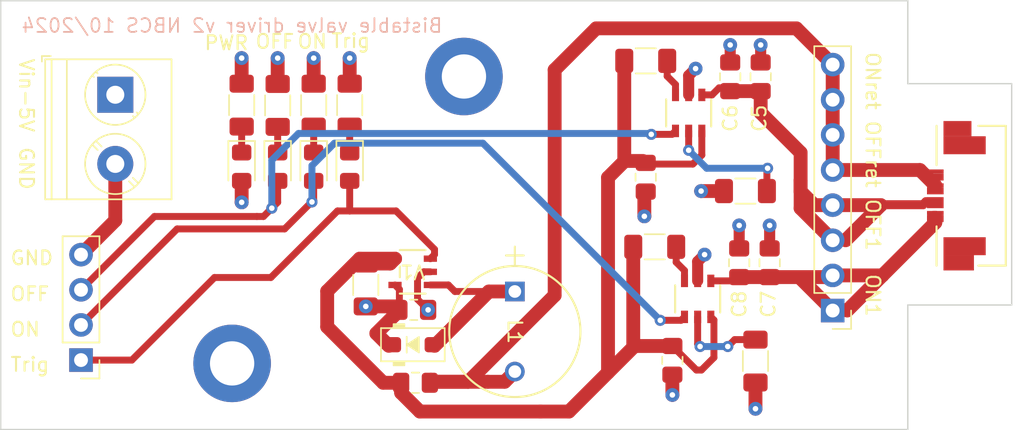
<source format=kicad_pcb>
(kicad_pcb (version 20221018) (generator pcbnew)
  (layers (0 "F.Cu" signal) (1 "In1.Cu" power "In1.Cu.VCC") (2 "In2.Cu" power "In2.Cu.GND") (31 "B.Cu" signal) (34 "B.Paste" user) (35 "F.Paste" user) (36 "B.SilkS" user "B.Silkscreen") (37 "F.SilkS" user "F.Silkscreen") (38 "B.Mask" user) (39 "F.Mask" user) (44 "Edge.Cuts" user))
  (net 0 "")
  (net 1 "AP_-_1")
  (net 2 "AP_+_1")
  (net 3 "VCC")
  (net 4 "load_off_1")
  (net 5 "load_on_1")
  (net 6 "VtrigAL_1")
  (net 7 "VtrigON_1")
  (net 8 "VtrigOFF_1")
  (net 9 "Net-(U1-iset)")
  (net 10 "Net-(U2-iset)")
  (net 11 "Net-(U2-flg)")
  (net 12 "Net-(U1-flg)")
  (net 13 "GND")
  (net 14 "Net-(D1-A)")
  (net 15 "Net-(D2-K)")
  (net 16 "Net-(D4-K)")
  (net 17 "Net-(D6-K)")
  (net 18 "Net-(D7-K)")
  (footprint "TerminalBlock_Phoenix:TerminalBlock_Phoenix_PT-1,5-2-5.0-H_1x02_P5.00mm_Horizontal" (layer "F.Cu") (at 34.675 50.4 -90)
    (fp_text reference "J3" hide)
    (fp_text value "power" hide)
    (fp_line (start -2.8 4.66) (end -2.8 5.3) (stroke (width 0.12)) (layer "F.SilkS"))
    (fp_line (start -2.8 5.3) (end -2.4 5.3) (stroke (width 0.12)) (layer "F.SilkS"))
    (fp_line (start -2.56 -4.06) (end -2.56 5.06) (stroke (width 0.12)) (layer "F.SilkS"))
    (fp_line (start -2.56 -4.06) (end 7.56 -4.06) (stroke (width 0.12)) (layer "F.SilkS"))
    (fp_line (start -2.56 3.5) (end 7.56 3.5) (stroke (width 0.12)) (layer "F.SilkS"))
    (fp_line (start -2.56 4.6) (end 7.56 4.6) (stroke (width 0.12)) (layer "F.SilkS"))
    (fp_line (start -2.56 5.06) (end 7.56 5.06) (stroke (width 0.12)) (layer "F.SilkS"))
    (fp_line (start -1.548 1.281) (end -1.654 1.388) (stroke (width 0.12)) (layer "F.SilkS"))
    (fp_line (start -1.282 1.547) (end -1.388 1.654) (stroke (width 0.12)) (layer "F.SilkS"))
    (fp_line (start 1.388 -1.654) (end 1.281 -1.547) (stroke (width 0.12)) (layer "F.SilkS"))
    (fp_line (start 1.654 -1.388) (end 1.547 -1.281) (stroke (width 0.12)) (layer "F.SilkS"))
    (fp_line (start 3.742 0.992) (end 3.347 1.388) (stroke (width 0.12)) (layer "F.SilkS"))
    (fp_line (start 3.993 1.274) (end 3.613 1.654) (stroke (width 0.12)) (layer "F.SilkS"))
    (fp_line (start 6.388 -1.654) (end 6.008 -1.274) (stroke (width 0.12)) (layer "F.SilkS"))
    (fp_line (start 6.654 -1.388) (end 6.259 -0.992) (stroke (width 0.12)) (layer "F.SilkS"))
    (fp_line (start 7.56 -4.06) (end 7.56 5.06) (stroke (width 0.12)) (layer "F.SilkS"))
    (fp_circle (center 0 0) (end 2.18 0) (stroke (width 0.12)) (fill none) (layer "F.SilkS"))
    (fp_circle (center 5 0) (end 7.18 0) (stroke (width 0.12)) (fill none) (layer "F.SilkS"))
    (pad "1" thru_hole rect (at 0 0 270) (size 2.6 2.6) (drill 1.3) (layers "*.Cu" "*.Mask") (net 3 "VCC"))
    (pad "2" thru_hole circle (at 5 0 270) (size 2.6 2.6) (drill 1.3) (layers "*.Cu" "*.Mask") (net 13 "GND"))
  )
  (footprint "Resistor_SMD:R_1206_3216Metric_Pad1.30x1.75mm_HandSolder" (layer "F.Cu") (at 51.6 51.15 90)
    (fp_text reference "R6" hide)
    (fp_text value "150ohms" hide)
    (fp_line (start -0.727064 -0.91) (end 0.727064 -0.91) (stroke (width 0.12)) (layer "F.SilkS"))
    (fp_line (start -0.727064 0.91) (end 0.727064 0.91) (stroke (width 0.12)) (layer "F.SilkS"))
    (pad "1" smd roundrect (at -1.55 0 90) (size 1.3 1.75) (layers "F.Cu" "F.Paste" "F.Mask") (roundrect_rratio 0.1923076923) (net 15 "Net-(D2-K)"))
    (pad "2" smd roundrect (at 1.55 0 90) (size 1.3 1.75) (layers "F.Cu" "F.Paste" "F.Mask") (roundrect_rratio 0.1923076923) (net 13 "GND"))
  )
  (footprint "LED_SMD:LED_0805_2012Metric_Pad1.15x1.40mm_HandSolder" (layer "F.Cu") (at 49 55.6 -90)
    (fp_text reference "D6" hide)
    (fp_text value "\nLG R971-KN1" hide)
    (fp_line (start -1.86 -0.96) (end -1.86 0.96) (stroke (width 0.12)) (layer "F.SilkS"))
    (fp_line (start -1.86 0.96) (end 1 0.96) (stroke (width 0.12)) (layer "F.SilkS"))
    (fp_line (start 1 -0.96) (end -1.86 -0.96) (stroke (width 0.12)) (layer "F.SilkS"))
    (pad "1" smd roundrect (at -1.025 0 270) (size 1.15 1.4) (layers "F.Cu" "F.Paste" "F.Mask") (roundrect_rratio 0.2173913043) (net 17 "Net-(D6-K)"))
    (pad "2" smd roundrect (at 1.025 0 270) (size 1.15 1.4) (layers "F.Cu" "F.Paste" "F.Mask") (roundrect_rratio 0.2173913043) (net 7 "VtrigON_1"))
  )
  (footprint "Capacitor_SMD:C_0805_2012Metric_Pad1.18x1.45mm_HandSolder" (layer "F.Cu") (at 74.9 69.6 90)
    (fp_text reference "C3" hide)
    (fp_text value "C10µF_0805" hide)
    (fp_line (start -0.261252 -0.735) (end 0.261252 -0.735) (stroke (width 0.12)) (layer "F.SilkS"))
    (fp_line (start -0.261252 0.735) (end 0.261252 0.735) (stroke (width 0.12)) (layer "F.SilkS"))
    (pad "1" smd roundrect (at -1.0375 0 90) (size 1.175 1.45) (layers "F.Cu" "F.Paste" "F.Mask") (roundrect_rratio 0.2127659574) (net 13 "GND"))
    (pad "2" smd roundrect (at 1.0375 0 90) (size 1.175 1.45) (layers "F.Cu" "F.Paste" "F.Mask") (roundrect_rratio 0.2127659574) (net 2 "AP_+_1"))
  )
  (footprint "Capacitor_SMD:C_0805_2012Metric_Pad1.18x1.45mm_HandSolder" (layer "F.Cu") (at 56.225 65.95)
    (fp_text reference "C2" hide)
    (fp_text value "C10µF_0805" hide)
    (fp_line (start -0.261252 -0.735) (end 0.261252 -0.735) (stroke (width 0.12)) (layer "F.SilkS"))
    (fp_line (start -0.261252 0.735) (end 0.261252 0.735) (stroke (width 0.12)) (layer "F.SilkS"))
    (pad "1" smd roundrect (at -1.0375 0) (size 1.175 1.45) (layers "F.Cu" "F.Paste" "F.Mask") (roundrect_rratio 0.2127659574) (net 3 "VCC"))
    (pad "2" smd roundrect (at 1.0375 0) (size 1.175 1.45) (layers "F.Cu" "F.Paste" "F.Mask") (roundrect_rratio 0.2127659574) (net 13 "GND"))
  )
  (footprint "Capacitor_SMD:C_0805_2012Metric_Pad1.18x1.45mm_HandSolder" (layer "F.Cu") (at 72.975 56.3625 90)
    (fp_text reference "C4" hide)
    (fp_text value "C10µF_0805" hide)
    (fp_line (start -0.261252 -0.735) (end 0.261252 -0.735) (stroke (width 0.12)) (layer "F.SilkS"))
    (fp_line (start -0.261252 0.735) (end 0.261252 0.735) (stroke (width 0.12)) (layer "F.SilkS"))
    (pad "1" smd roundrect (at -1.0375 0 90) (size 1.175 1.45) (layers "F.Cu" "F.Paste" "F.Mask") (roundrect_rratio 0.2127659574) (net 13 "GND"))
    (pad "2" smd roundrect (at 1.0375 0 90) (size 1.175 1.45) (layers "F.Cu" "F.Paste" "F.Mask") (roundrect_rratio 0.2127659574) (net 2 "AP_+_1"))
  )
  (footprint "Connector_PinHeader_2.54mm:PinHeader_1x04_P2.54mm_Vertical" (layer "F.Cu") (at 32.2 69.58 180)
    (fp_text reference "J1" hide)
    (fp_text value "Conn_01x04" hide)
    (fp_line (start -1.33 -1.33) (end 0 -1.33) (stroke (width 0.12)) (layer "F.SilkS"))
    (fp_line (start -1.33 0) (end -1.33 -1.33) (stroke (width 0.12)) (layer "F.SilkS"))
    (fp_line (start -1.33 1.27) (end -1.33 8.95) (stroke (width 0.12)) (layer "F.SilkS"))
    (fp_line (start -1.33 1.27) (end 1.33 1.27) (stroke (width 0.12)) (layer "F.SilkS"))
    (fp_line (start -1.33 8.95) (end 1.33 8.95) (stroke (width 0.12)) (layer "F.SilkS"))
    (fp_line (start 1.33 1.27) (end 1.33 8.95) (stroke (width 0.12)) (layer "F.SilkS"))
    (pad "1" thru_hole rect (at 0 0 180) (size 1.7 1.7) (drill 1) (layers "*.Cu" "*.Mask") (net 6 "VtrigAL_1"))
    (pad "2" thru_hole oval (at 0 2.54 180) (size 1.7 1.7) (drill 1) (layers "*.Cu" "*.Mask") (net 7 "VtrigON_1"))
    (pad "3" thru_hole oval (at 0 5.08 180) (size 1.7 1.7) (drill 1) (layers "*.Cu" "*.Mask") (net 8 "VtrigOFF_1"))
    (pad "4" thru_hole oval (at 0 7.62 180) (size 1.7 1.7) (drill 1) (layers "*.Cu" "*.Mask") (net 13 "GND"))
  )
  (footprint "Resistor_SMD:R_1206_3216Metric_Pad1.30x1.75mm_HandSolder" (layer "F.Cu") (at 72.975876 47.949125 180)
    (fp_text reference "R4" hide)
    (fp_text value "10kohms" hide)
    (fp_line (start -0.727064 -0.91) (end 0.727064 -0.91) (stroke (width 0.12)) (layer "F.SilkS"))
    (fp_line (start -0.727064 0.91) (end 0.727064 0.91) (stroke (width 0.12)) (layer "F.SilkS"))
    (pad "1" smd roundrect (at -1.55 0 180) (size 1.3 1.75) (layers "F.Cu" "F.Paste" "F.Mask") (roundrect_rratio 0.1923076923) (net 11 "Net-(U2-flg)"))
    (pad "2" smd roundrect (at 1.55 0 180) (size 1.3 1.75) (layers "F.Cu" "F.Paste" "F.Mask") (roundrect_rratio 0.1923076923) (net 2 "AP_+_1"))
  )
  (footprint "Resistor_SMD:R_1206_3216Metric_Pad1.30x1.75mm_HandSolder" (layer "F.Cu") (at 49 51.15 90)
    (fp_text reference "R10" hide)
    (fp_text value "150ohms" hide)
    (fp_line (start -0.727064 -0.91) (end 0.727064 -0.91) (stroke (width 0.12)) (layer "F.SilkS"))
    (fp_line (start -0.727064 0.91) (end 0.727064 0.91) (stroke (width 0.12)) (layer "F.SilkS"))
    (pad "1" smd roundrect (at -1.55 0 90) (size 1.3 1.75) (layers "F.Cu" "F.Paste" "F.Mask") (roundrect_rratio 0.1923076923) (net 17 "Net-(D6-K)"))
    (pad "2" smd roundrect (at 1.55 0 90) (size 1.3 1.75) (layers "F.Cu" "F.Paste" "F.Mask") (roundrect_rratio 0.1923076923) (net 13 "GND"))
  )
  (footprint "footprints:TSOT25_WT_DIO" (layer "F.Cu") (at 56.14865 63.199999 180)
    (fp_text reference "V1" (at 0 0 180 unlocked) (layer "F.SilkS"))
    (fp_text value "AL8860WT" hide)
    (fp_line (start -0.9271 1.5748) (end 0.9271 1.5748) (stroke (width 0.1524)) (layer "F.SilkS"))
    (fp_line (start 0.9271 -1.5748) (end -0.9271 -1.5748) (stroke (width 0.1524)) (layer "F.SilkS"))
    (fp_line (start 0.9271 0.388661) (end 0.9271 -0.388661) (stroke (width 0.1524)) (layer "F.SilkS"))
    (pad "1" smd rect (at -1.27635 -0.950001 180) (size 0.9525 0.4572) (layers "F.Cu" "F.Paste" "F.Mask") (net 14 "Net-(D1-A)"))
    (pad "2" smd rect (at -1.27635 0 180) (size 0.9525 0.4572) (layers "F.Cu" "F.Paste" "F.Mask") (net 13 "GND"))
    (pad "3" smd rect (at -1.27635 0.950001 180) (size 0.9525 0.4572) (layers "F.Cu" "F.Paste" "F.Mask") (net 6 "VtrigAL_1"))
    (pad "4" smd rect (at 1.27635 0.950001 180) (size 0.9525 0.4572) (layers "F.Cu" "F.Paste" "F.Mask") (net 2 "AP_+_1"))
    (pad "5" smd rect (at 1.27635 -0.950001 180) (size 0.9525 0.4572) (layers "F.Cu" "F.Paste" "F.Mask") (net 3 "VCC"))
  )
  (footprint "PCM_Diode_SMD_Handsoldering_AKL:D_SOD-123F" (layer "F.Cu") (at 56.16 68.47)
    (fp_text reference "D1" hide)
    (fp_text value "SS24FL" hide)
    (fp_line (start -2.3 -1.2) (end -2.3 1.2) (stroke (width 0.12)) (layer "F.SilkS"))
    (fp_line (start -2.3 1.2) (end 2.3 1.2) (stroke (width 0.12)) (layer "F.SilkS"))
    (fp_line (start -0.4445 -0.5715) (end -0.4445 0.5715) (stroke (width 0.12)) (layer "F.SilkS"))
    (fp_line (start 2.3 -1.2) (end -2.3 -1.2) (stroke (width 0.12)) (layer "F.SilkS"))
    (fp_line (start 2.3 1.2) (end 2.3 -1.2) (stroke (width 0.12)) (layer "F.SilkS"))
    (fp_poly (pts (xy 0.4445 0.5715) (xy -0.4445 0) (xy 0.4445 -0.5715)) (stroke (width 0.1)) (fill solid) (layer "F.SilkS"))
    (fp_poly (pts (xy -0.6 -1.2) (xy -1.4 -1.2) (xy -1.4 -1.5) (xy -0.6 -1.5)) (stroke (width 0.1)) (fill solid) (layer "F.SilkS"))
    (fp_poly (pts (xy -0.6 1.5) (xy -1.4 1.5) (xy -1.4 1.2) (xy -0.6 1.2)) (stroke (width 0.1)) (fill solid) (layer "F.SilkS"))
    (pad "1" smd roundrect (at -1.4 0) (size 1.1 1.1) (layers "F.Cu" "F.Paste" "F.Mask") (roundrect_rratio 0.2272727273) (net 3 "VCC"))
    (pad "2" smd roundrect (at 1.4 0) (size 1.1 1.1) (layers "F.Cu" "F.Paste" "F.Mask") (roundrect_rratio 0.2272727273) (net 14 "Net-(D1-A)"))
  )
  (footprint "footprintsr:IND_BOURNS_RLB0914" (layer "F.Cu") (at 63.525 64.62115 -90)
    (fp_text reference "L1" (at 2.8956 0 -90 unlocked) (layer "F.SilkS"))
    (fp_text value "RLB0914-37µH" hide)
    (fp_line (start -3.2385 0) (end -1.9685 0) (stroke (width 0.1524)) (layer "F.SilkS"))
    (fp_line (start -2.6035 -0.635) (end -2.6035 0.635) (stroke (width 0.1524)) (layer "F.SilkS"))
    (fp_circle (center 2.8956 0) (end 7.6327 0) (stroke (width 0.1524)) (fill none) (layer "F.SilkS"))
    (pad "1" thru_hole rect (at 0 0 270) (size 1.4224 1.4224) (drill 0.9144) (layers "*.Cu" "*.Mask") (net 14 "Net-(D1-A)"))
    (pad "2" thru_hole circle (at 5.7912 0 270) (size 1.4224 1.4224) (drill 0.9144) (layers "*.Cu" "*.Mask") (net 1 "AP_-_1"))
  )
  (footprint "Resistor_SMD:R_1206_3216Metric_Pad1.30x1.75mm_HandSolder" (layer "F.Cu") (at 46.4 51.17 90)
    (fp_text reference "R11" hide)
    (fp_text value "150ohms" hide)
    (fp_line (start -0.727064 -0.91) (end 0.727064 -0.91) (stroke (width 0.12)) (layer "F.SilkS"))
    (fp_line (start -0.727064 0.91) (end 0.727064 0.91) (stroke (width 0.12)) (layer "F.SilkS"))
    (pad "1" smd roundrect (at -1.55 0 90) (size 1.3 1.75) (layers "F.Cu" "F.Paste" "F.Mask") (roundrect_rratio 0.1923076923) (net 18 "Net-(D7-K)"))
    (pad "2" smd roundrect (at 1.55 0 90) (size 1.3 1.75) (layers "F.Cu" "F.Paste" "F.Mask") (roundrect_rratio 0.1923076923) (net 13 "GND"))
  )
  (footprint "MountingHole:MountingHole_3.2mm_M3_DIN965_Pad" (layer "F.Cu") (at 59.85 49.08)
    (fp_text reference "REF**" hide)
    (fp_text value "MountingHole_3.2mm_M3_DIN965_Pad" hide)
    (pad "1" thru_hole circle (at 0 0) (size 5.6 5.6) (drill 3.2) (layers "*.Cu" "*.Mask"))
  )
  (footprint "ppp:TSOT26-P7_DIO" (layer "F.Cu") (at 76.725 65.156249 -90)
    (fp_text reference "U1" hide)
    (fp_text value "AP22615AWU-7" hide)
    (fp_line (start -0.9779 1.6256) (end 0.9779 1.6256) (stroke (width 0.1524)) (layer "F.SilkS"))
    (fp_line (start 0.9779 -1.6256) (end -0.9779 -1.6256) (stroke (width 0.1524)) (layer "F.SilkS"))
    (pad "1" smd rect (at -1.30175 -0.950001 270) (size 0.9017 0.508) (layers "F.Cu" "F.Paste" "F.Mask") (net 5 "load_on_1"))
    (pad "2" smd rect (at -1.30175 0 270) (size 0.9017 0.508) (layers "F.Cu" "F.Paste" "F.Mask") (net 13 "GND"))
    (pad "3" smd rect (at -1.30175 0.950001 270) (size 0.9017 0.508) (layers "F.Cu" "F.Paste" "F.Mask") (net 12 "Net-(U1-flg)"))
    (pad "4" smd rect (at 1.30175 0.950001 270) (size 0.9017 0.508) (layers "F.Cu" "F.Paste" "F.Mask") (net 7 "VtrigON_1"))
    (pad "5" smd rect (at 1.30175 0 270) (size 0.9017 0.508) (layers "F.Cu" "F.Paste" "F.Mask") (net 9 "Net-(U1-iset)"))
    (pad "6" smd rect (at 1.30175 -0.950001 270) (size 0.9017 0.508) (layers "F.Cu" "F.Paste" "F.Mask") (net 2 "AP_+_1"))
  )
  (footprint "fpc:CON_527460871_MOL" (layer "F.Cu") (at 96.475 57.7 90)
    (fp_text reference "J4" hide)
    (fp_text value "527460871" hide)
    (fp_poly (pts (xy -4.3 -2) (xy -5.4 -2) (xy -5.4 0.2) (xy -4.3 0.2)) (fill solid) (layer "F.Cu"))
    (fp_poly (pts (xy 4.3 -2) (xy 5.4 -2) (xy 5.4 0.02) (xy 4.3 0.02)) (fill solid) (layer "F.Cu"))
    (fp_line (start -5.04999 0.5175) (end -5.04999 2.5) (stroke (width 0.1524)) (layer "F.SilkS"))
    (fp_line (start -5.04999 2.5) (end 5.04999 2.5) (stroke (width 0.1524)) (layer "F.SilkS"))
    (fp_line (start -2.217496 -2.5) (end -5.04999 -2.5) (stroke (width 0.1524)) (layer "F.SilkS"))
    (fp_line (start 5.04999 -2.5) (end 2.217504 -2.5) (stroke (width 0.1524)) (layer "F.SilkS"))
    (fp_line (start 5.04999 2.5) (end 5.04999 0.5175) (stroke (width 0.1524)) (layer "F.SilkS"))
    (pad "1" smd rect (at -1.65 -2.59 90) (size 0.5 1.2) (layers "F.Cu" "F.Paste" "F.Mask") (net 5 "load_on_1"))
    (pad "2" smd rect (at -1.25 -2.59 90) (size 0.3 1.2) (layers "F.Cu" "F.Paste" "F.Mask") (net 5 "load_on_1"))
    (pad "3" smd rect (at -0.649996 -2.59 90) (size 0.499998 1.2) (layers "F.Cu" "F.Paste" "F.Mask") (net 4 "load_off_1"))
    (pad "4" smd rect (at -0.249997 -2.59 90) (size 0.3 1.2) (layers "F.Cu" "F.Paste" "F.Mask") (net 4 "load_off_1"))
    (pad "5" smd rect (at 0.350004 -2.59 90) (size 0.499999 1.2) (layers "F.Cu" "F.Paste" "F.Mask") (net 1 "AP_-_1"))
    (pad "6" smd rect (at 0.750004 -2.59 90) (size 0.3 1.2) (layers "F.Cu" "F.Paste" "F.Mask") (net 1 "AP_-_1"))
    (pad "7" smd rect (at 1.350003 -2.59 90) (size 0.500001 1.2) (layers "F.Cu" "F.Paste" "F.Mask") (net 1 "AP_-_1"))
    (pad "8" smd rect (at 1.750004 -2.59 90) (size 0.3 1.2) (layers "F.Cu" "F.Paste" "F.Mask") (net 1 "AP_-_1"))
    (pad "P1" smd rect (at -3.649997 -0.475 90) (size 1.3 3.049999) (layers "F.Cu" "F.Paste" "F.Mask"))
    (pad "P2" smd rect (at 3.649997 -0.475 90) (size 1.3 3.049999) (layers "F.Cu" "F.Paste" "F.Mask"))
  )
  (footprint "LED_SMD:LED_0805_2012Metric_Pad1.15x1.40mm_HandSolder" (layer "F.Cu") (at 43.8 55.6 -90)
    (fp_text reference "D4" hide)
    (fp_text value "\nLG R971-KN1" hide)
    (fp_line (start -1.86 -0.96) (end -1.86 0.96) (stroke (width 0.12)) (layer "F.SilkS"))
    (fp_line (start -1.86 0.96) (end 1 0.96) (stroke (width 0.12)) (layer "F.SilkS"))
    (fp_line (start 1 -0.96) (end -1.86 -0.96) (stroke (width 0.12)) (layer "F.SilkS"))
    (pad "1" smd roundrect (at -1.025 0 270) (size 1.15 1.4) (layers "F.Cu" "F.Paste" "F.Mask") (roundrect_rratio 0.2173913043) (net 16 "Net-(D4-K)"))
    (pad "2" smd roundrect (at 1.025 0 270) (size 1.15 1.4) (layers "F.Cu" "F.Paste" "F.Mask") (roundrect_rratio 0.2173913043) (net 3 "VCC"))
  )
  (footprint "Capacitor_SMD:C_0805_2012Metric_Pad1.18x1.45mm_HandSolder" (layer "F.Cu") (at 79.075 49.1 -90)
    (fp_text reference "C6" (at 3 0 90) (layer "F.SilkS"))
    (fp_text value "C0.0.1µF_0805" hide)
    (fp_line (start -0.261252 -0.735) (end 0.261252 -0.735) (stroke (width 0.12)) (layer "F.SilkS"))
    (fp_line (start -0.261252 0.735) (end 0.261252 0.735) (stroke (width 0.12)) (layer "F.SilkS"))
    (pad "1" smd roundrect (at -1.0375 0 270) (size 1.175 1.45) (layers "F.Cu" "F.Paste" "F.Mask") (roundrect_rratio 0.2127659574) (net 13 "GND"))
    (pad "2" smd roundrect (at 1.0375 0 270) (size 1.175 1.45) (layers "F.Cu" "F.Paste" "F.Mask") (roundrect_rratio 0.2127659574) (net 4 "load_off_1"))
  )
  (footprint "Capacitor_SMD:C_0805_2012Metric_Pad1.18x1.45mm_HandSolder" (layer "F.Cu") (at 81.275 49.1 -90)
    (fp_text reference "C5" (at 3 0.1 90) (layer "F.SilkS"))
    (fp_text value "C0.100µF_0805" hide)
    (fp_line (start -0.261252 -0.735) (end 0.261252 -0.735) (stroke (width 0.12)) (layer "F.SilkS"))
    (fp_line (start -0.261252 0.735) (end 0.261252 0.735) (stroke (width 0.12)) (layer "F.SilkS"))
    (pad "1" smd roundrect (at -1.0375 0 270) (size 1.175 1.45) (layers "F.Cu" "F.Paste" "F.Mask") (roundrect_rratio 0.2127659574) (net 13 "GND"))
    (pad "2" smd roundrect (at 1.0375 0 270) (size 1.175 1.45) (layers "F.Cu" "F.Paste" "F.Mask") (roundrect_rratio 0.2127659574) (net 4 "load_off_1"))
  )
  (footprint "LED_SMD:LED_0805_2012Metric_Pad1.15x1.40mm_HandSolder" (layer "F.Cu") (at 51.6 55.6 -90)
    (fp_text reference "D2" hide)
    (fp_text value "\nLG R971-KN1" hide)
    (fp_line (start -1.86 -0.96) (end -1.86 0.96) (stroke (width 0.12)) (layer "F.SilkS"))
    (fp_line (start -1.86 0.96) (end 1 0.96) (stroke (width 0.12)) (layer "F.SilkS"))
    (fp_line (start 1 -0.96) (end -1.86 -0.96) (stroke (width 0.12)) (layer "F.SilkS"))
    (pad "1" smd roundrect (at -1.025 0 270) (size 1.15 1.4) (layers "F.Cu" "F.Paste" "F.Mask") (roundrect_rratio 0.2173913043) (net 15 "Net-(D2-K)"))
    (pad "2" smd roundrect (at 1.025 0 270) (size 1.15 1.4) (layers "F.Cu" "F.Paste" "F.Mask") (roundrect_rratio 0.2173913043) (net 6 "VtrigAL_1"))
  )
  (footprint "ppp:TSOT26-P7_DIO" (layer "F.Cu") (at 76.075876 51.711625 -90)
    (fp_text reference "U2" hide)
    (fp_text value "AP22615AWU-7" hide)
    (fp_line (start -0.9779 1.6256) (end 0.9779 1.6256) (stroke (width 0.1524)) (layer "F.SilkS"))
    (fp_line (start 0.9779 -1.6256) (end -0.9779 -1.6256) (stroke (width 0.1524)) (layer "F.SilkS"))
    (pad "1" smd rect (at -1.30175 -0.950001 270) (size 0.9017 0.508) (layers "F.Cu" "F.Paste" "F.Mask") (net 4 "load_off_1"))
    (pad "2" smd rect (at -1.30175 0 270) (size 0.9017 0.508) (layers "F.Cu" "F.Paste" "F.Mask") (net 13 "GND"))
    (pad "3" smd rect (at -1.30175 0.950001 270) (size 0.9017 0.508) (layers "F.Cu" "F.Paste" "F.Mask") (net 11 "Net-(U2-flg)"))
    (pad "4" smd rect (at 1.30175 0.950001 270) (size 0.9017 0.508) (layers "F.Cu" "F.Paste" "F.Mask") (net 8 "VtrigOFF_1"))
    (pad "5" smd rect (at 1.30175 0 270) (size 0.9017 0.508) (layers "F.Cu" "F.Paste" "F.Mask") (net 10 "Net-(U2-iset)"))
    (pad "6" smd rect (at 1.30175 -0.950001 270) (size 0.9017 0.508) (layers "F.Cu" "F.Paste" "F.Mask") (net 2 "AP_+_1"))
  )
  (footprint "Capacitor_SMD:C_0805_2012Metric_Pad1.18x1.45mm_HandSolder" (layer "F.Cu") (at 79.724124 62.544624 -90)
    (fp_text reference "C8" (at 3 0 90) (layer "F.SilkS"))
    (fp_text value "C0.0.1µF_0805" hide)
    (fp_line (start -0.261252 -0.735) (end 0.261252 -0.735) (stroke (width 0.12)) (layer "F.SilkS"))
    (fp_line (start -0.261252 0.735) (end 0.261252 0.735) (stroke (width 0.12)) (layer "F.SilkS"))
    (pad "1" smd roundrect (at -1.0375 0 270) (size 1.175 1.45) (layers "F.Cu" "F.Paste" "F.Mask") (roundrect_rratio 0.2127659574) (net 13 "GND"))
    (pad "2" smd roundrect (at 1.0375 0 270) (size 1.175 1.45) (layers "F.Cu" "F.Paste" "F.Mask") (roundrect_rratio 0.2127659574) (net 5 "load_on_1"))
  )
  (footprint "Resistor_SMD:R_1206_3216Metric_Pad1.30x1.75mm_HandSolder" (layer "F.Cu") (at 43.8 51.15 90)
    (fp_text reference "R8" hide)
    (fp_text value "150ohms" hide)
    (fp_line (start -0.727064 -0.91) (end 0.727064 -0.91) (stroke (width 0.12)) (layer "F.SilkS"))
    (fp_line (start -0.727064 0.91) (end 0.727064 0.91) (stroke (width 0.12)) (layer "F.SilkS"))
    (pad "1" smd roundrect (at -1.55 0 90) (size 1.3 1.75) (layers "F.Cu" "F.Paste" "F.Mask") (roundrect_rratio 0.1923076923) (net 16 "Net-(D4-K)"))
    (pad "2" smd roundrect (at 1.55 0 90) (size 1.3 1.75) (layers "F.Cu" "F.Paste" "F.Mask") (roundrect_rratio 0.1923076923) (net 13 "GND"))
  )
  (footprint "Capacitor_SMD:C_0805_2012Metric_Pad1.18x1.45mm_HandSolder" (layer "F.Cu") (at 81.924124 62.544624 -90)
    (fp_text reference "C7" (at 3 0.1 90) (layer "F.SilkS"))
    (fp_text value "C0.100µF_0805" hide)
    (fp_line (start -0.261252 -0.735) (end 0.261252 -0.735) (stroke (width 0.12)) (layer "F.SilkS"))
    (fp_line (start -0.261252 0.735) (end 0.261252 0.735) (stroke (width 0.12)) (layer "F.SilkS"))
    (pad "1" smd roundrect (at -1.0375 0 270) (size 1.175 1.45) (layers "F.Cu" "F.Paste" "F.Mask") (roundrect_rratio 0.2127659574) (net 13 "GND"))
    (pad "2" smd roundrect (at 1.0375 0 270) (size 1.175 1.45) (layers "F.Cu" "F.Paste" "F.Mask") (roundrect_rratio 0.2127659574) (net 5 "load_on_1"))
  )
  (footprint "Resistor_SMD:R_1206_3216Metric_Pad1.30x1.75mm_HandSolder" (layer "F.Cu") (at 52.7625 64.150002 -90)
    (fp_text reference "R1" hide)
    (fp_text value "R125m_1206" hide)
    (fp_line (start -0.727064 -0.91) (end 0.727064 -0.91) (stroke (width 0.12)) (layer "F.SilkS"))
    (fp_line (start -0.727064 0.91) (end 0.727064 0.91) (stroke (width 0.12)) (layer "F.SilkS"))
    (pad "1" smd roundrect (at -1.55 0 270) (size 1.3 1.75) (layers "F.Cu" "F.Paste" "F.Mask") (roundrect_rratio 0.1923076923) (net 2 "AP_+_1"))
    (pad "2" smd roundrect (at 1.55 0 270) (size 1.3 1.75) (layers "F.Cu" "F.Paste" "F.Mask") (roundrect_rratio 0.1923076923) (net 3 "VCC"))
  )
  (footprint "Resistor_SMD:R_1206_3216Metric_Pad1.30x1.75mm_HandSolder" (layer "F.Cu") (at 80.175 57.3625 180)
    (fp_text reference "R3" hide)
    (fp_text value "7kohms" hide)
    (fp_line (start -0.727064 -0.91) (end 0.727064 -0.91) (stroke (width 0.12)) (layer "F.SilkS"))
    (fp_line (start -0.727064 0.91) (end 0.727064 0.91) (stroke (width 0.12)) (layer "F.SilkS"))
    (pad "1" smd roundrect (at -1.55 0 180) (size 1.3 1.75) (layers "F.Cu" "F.Paste" "F.Mask") (roundrect_rratio 0.1923076923) (net 10 "Net-(U2-iset)"))
    (pad "2" smd roundrect (at 1.55 0 180) (size 1.3 1.75) (layers "F.Cu" "F.Paste" "F.Mask") (roundrect_rratio 0.1923076923) (net 13 "GND"))
  )
  (footprint "Connector_PinHeader_2.54mm:PinHeader_1x08_P2.54mm_Vertical" (layer "F.Cu") (at 86.475 66 180)
    (fp_text reference "J10" hide)
    (fp_text value "Conn_01x08" hide)
    (fp_line (start -1.33 -1.33) (end 0 -1.33) (stroke (width 0.12)) (layer "F.SilkS"))
    (fp_line (start -1.33 0) (end -1.33 -1.33) (stroke (width 0.12)) (layer "F.SilkS"))
    (fp_line (start -1.33 1.27) (end -1.33 19.11) (stroke (width 0.12)) (layer "F.SilkS"))
    (fp_line (start -1.33 1.27) (end 1.33 1.27) (stroke (width 0.12)) (layer "F.SilkS"))
    (fp_line (start -1.33 19.11) (end 1.33 19.11) (stroke (width 0.12)) (layer "F.SilkS"))
    (fp_line (start 1.33 1.27) (end 1.33 19.11) (stroke (width 0.12)) (layer "F.SilkS"))
    (pad "1" thru_hole rect (at 0 0 180) (size 1.7 1.7) (drill 1) (layers "*.Cu" "*.Mask") (net 5 "load_on_1"))
    (pad "2" thru_hole oval (at 0 2.54 180) (size 1.7 1.7) (drill 1) (layers "*.Cu" "*.Mask") (net 5 "load_on_1"))
    (pad "3" thru_hole oval (at 0 5.08 180) (size 1.7 1.7) (drill 1) (layers "*.Cu" "*.Mask") (net 4 "load_off_1"))
    (pad "4" thru_hole oval (at 0 7.62 180) (size 1.7 1.7) (drill 1) (layers "*.Cu" "*.Mask") (net 4 "load_off_1"))
    (pad "5" thru_hole oval (at 0 10.16 180) (size 1.7 1.7) (drill 1) (layers "*.Cu" "*.Mask") (net 1 "AP_-_1"))
    (pad "6" thru_hole oval (at 0 12.7 180) (size 1.7 1.7) (drill 1) (layers "*.Cu" "*.Mask") (net 1 "AP_-_1"))
    (pad "7" thru_hole oval (at 0 15.24 180) (size 1.7 1.7) (drill 1) (layers "*.Cu" "*.Mask") (net 1 "AP_-_1"))
    (pad "8" thru_hole oval (at 0 17.78 180) (size 1.7 1.7) (drill 1) (layers "*.Cu" "*.Mask") (net 1 "AP_-_1"))
  )
  (footprint "MountingHole:MountingHole_3.2mm_M3_DIN965_Pad" (layer "F.Cu") (at 43.11 69.82)
    (fp_text reference "REF**" hide)
    (fp_text value "MountingHole_3.2mm_M3_DIN965_Pad" hide)
    (pad "1" thru_hole circle (at 0 0) (size 5.6 5.6) (drill 3.2) (layers "*.Cu" "*.Mask"))
  )
  (footprint "Resistor_SMD:R_1206_3216Metric_Pad1.30x1.75mm_HandSolder" (layer "F.Cu") (at 80.9 69.65 -90)
    (fp_text reference "R2" hide)
    (fp_text value "7kohms" hide)
    (fp_line (start -0.727064 -0.91) (end 0.727064 -0.91) (stroke (width 0.12)) (layer "F.SilkS"))
    (fp_line (start -0.727064 0.91) (end 0.727064 0.91) (stroke (width 0.12)) (layer "F.SilkS"))
    (pad "1" smd roundrect (at -1.55 0 270) (size 1.3 1.75) (layers "F.Cu" "F.Paste" "F.Mask") (roundrect_rratio 0.1923076923) (net 9 "Net-(U1-iset)"))
    (pad "2" smd roundrect (at 1.55 0 270) (size 1.3 1.75) (layers "F.Cu" "F.Paste" "F.Mask") (roundrect_rratio 0.1923076923) (net 13 "GND"))
  )
  (footprint "Capacitor_SMD:C_0805_2012Metric_Pad1.18x1.45mm_HandSolder" (layer "F.Cu") (at 56.3518 71.220322 180)
    (fp_text reference "C1" hide)
    (fp_text value "C10µF_0805" hide)
    (fp_line (start -0.261252 -0.735) (end 0.261252 -0.735) (stroke (width 0.12)) (layer "F.SilkS"))
    (fp_line (start -0.261252 0.735) (end 0.261252 0.735) (stroke (width 0.12)) (layer "F.SilkS"))
    (pad "1" smd roundrect (at -1.0375 0 180) (size 1.175 1.45) (layers "F.Cu" "F.Paste" "F.Mask") (roundrect_rratio 0.2127659574) (net 1 "AP_-_1"))
    (pad "2" smd roundrect (at 1.0375 0 180) (size 1.175 1.45) (layers "F.Cu" "F.Paste" "F.Mask") (roundrect_rratio 0.2127659574) (net 2 "AP_+_1"))
  )
  (footprint "LED_SMD:LED_0805_2012Metric_Pad1.15x1.40mm_HandSolder" (layer "F.Cu") (at 46.4 55.6 -90)
    (fp_text reference "D7" hide)
    (fp_text value "\nLG R971-KN1" hide)
    (fp_line (start -1.86 -0.96) (end -1.86 0.96) (stroke (width 0.12)) (layer "F.SilkS"))
    (fp_line (start -1.86 0.96) (end 1 0.96) (stroke (width 0.12)) (layer "F.SilkS"))
    (fp_line (start 1 -0.96) (end -1.86 -0.96) (stroke (width 0.12)) (layer "F.SilkS"))
    (pad "1" smd roundrect (at -1.025 0 270) (size 1.15 1.4) (layers "F.Cu" "F.Paste" "F.Mask") (roundrect_rratio 0.2173913043) (net 18 "Net-(D7-K)"))
    (pad "2" smd roundrect (at 1.025 0 270) (size 1.15 1.4) (layers "F.Cu" "F.Paste" "F.Mask") (roundrect_rratio 0.2173913043) (net 8 "VtrigOFF_1"))
  )
  (footprint "Resistor_SMD:R_1206_3216Metric_Pad1.30x1.75mm_HandSolder" (layer "F.Cu") (at 73.625 61.393749 180)
    (fp_text reference "R5" hide)
    (fp_text value "10kohms" hide)
    (fp_line (start -0.727064 -0.91) (end 0.727064 -0.91) (stroke (width 0.12)) (layer "F.SilkS"))
    (fp_line (start -0.727064 0.91) (end 0.727064 0.91) (stroke (width 0.12)) (layer "F.SilkS"))
    (pad "1" smd roundrect (at -1.55 0 180) (size 1.3 1.75) (layers "F.Cu" "F.Paste" "F.Mask") (roundrect_rratio 0.1923076923) (net 12 "Net-(U1-flg)"))
    (pad "2" smd roundrect (at 1.55 0 180) (size 1.3 1.75) (layers "F.Cu" "F.Paste" "F.Mask") (roundrect_rratio 0.1923076923) (net 2 "AP_+_1"))
  )
  (gr_line (start 99.4 49.6) (end 91.9 49.6) (stroke (width 0.1)) (layer "Edge.Cuts"))
  (gr_line (start 91.9 65.6) (end 91.9 74.6) (stroke (width 0.1)) (layer "Edge.Cuts"))
  (gr_line (start 26.4 43.6) (end 91.9 43.6) (stroke (width 0.1)) (layer "Edge.Cuts"))
  (gr_line (start 99.4 65.6) (end 99.4 49.6) (stroke (width 0.1)) (layer "Edge.Cuts"))
  (gr_line (start 91.9 74.6) (end 26.4 74.6) (stroke (width 0.1)) (layer "Edge.Cuts"))
  (gr_line (start 91.9 43.6) (end 91.9 49.6) (stroke (width 0.1)) (layer "Edge.Cuts"))
  (gr_line (start 26.4 74.6) (end 26.4 43.6) (stroke (width 0.1)) (layer "Edge.Cuts"))
  (gr_line (start 91.9 65.6) (end 99.4 65.6) (stroke (width 0.1)) (layer "Edge.Cuts"))
  (gr_text "Bistable valve driver v2 NBCS 10/2024" (at 43.1 45.4) (layer "B.SilkS") (effects (font (size 1 1) (thickness 0.125)) (justify mirror)))
  (gr_text "OFF1" (at 89.375 59.8 -90) (layer "F.SilkS") (effects (font (size 1 1))))
  (gr_text "Trig" (at 51.675 46.5) (layer "F.SilkS") (effects (font (size 1 1))))
  (gr_text "ON1" (at 89.375 64.9 -90) (layer "F.SilkS") (effects (font (size 1 1))))
  (gr_text "Vin-5V" (at 27.675 47.7 -90) (layer "F.SilkS") (effects (font (size 1 1)) (justify left bottom)))
  (gr_text "Trig" (at 28.507143 69.9) (layer "F.SilkS") (effects (font (size 1 1))))
  (gr_text "PWR" (at 42.7 46.65) (layer "F.SilkS") (effects (font (size 1 1))))
  (gr_text "OFF" (at 28.507143 64.8) (layer "F.SilkS") (effects (font (size 1 1))))
  (gr_text "ON" (at 48.9 46.55) (layer "F.SilkS") (effects (font (size 1 1))))
  (gr_text "ONret" (at 89.375 49.4 -90) (layer "F.SilkS") (effects (font (size 1 1))))
  (gr_text "OFFret" (at 89.375 54.7 -90) (layer "F.SilkS") (effects (font (size 1 1))))
  (gr_text "GND" (at 27.675 54.1 -90) (layer "F.SilkS") (effects (font (size 1 1)) (justify left bottom)))
  (gr_text "GND" (at 28.65 62.2) (layer "F.SilkS") (effects (font (size 1 1))))
  (gr_text "ON" (at 28.17381 67.36) (layer "F.SilkS") (effects (font (size 1 1))))
  (gr_text "OFF" (at 46.2 46.55) (layer "F.SilkS") (effects (font (size 1 1))))
  (segment (start 86.475 55.84) (end 92.775004 55.84) (width 1) (layer "F.Cu") (net 1))
  (segment (start 83.855 45.6) (end 86.475 48.22) (width 1) (layer "F.Cu") (net 1))
  (segment (start 57.842622 71.220322) (end 57.3893 71.220322) (width 0.5) (layer "F.Cu") (net 1))
  (segment (start 57.4625 71.15) (end 57.4625 71.672122) (width 0.5) (layer "F.Cu") (net 1))
  (segment (start 57.8625 71.15) (end 61.58 71.15) (width 1) (layer "F.Cu") (net 1))
  (segment (start 61.58 71.15) (end 62.78735 71.15) (width 1) (layer "F.Cu") (net 1))
  (segment (start 60.15 71.15) (end 57.8625 71.15) (width 1) (layer "F.Cu") (net 1))
  (segment (start 92.775004 55.84) (end 93.885 56.949996) (width 1) (layer "F.Cu") (net 1))
  (segment (start 57.4625 71.072122) (end 57.623561 70.911061) (width 0.5) (layer "F.Cu") (net 1))
  (segment (start 62.78735 71.15) (end 63.525 70.41235) (width 1) (layer "F.Cu") (net 1))
  (segment (start 57.4625 70.75) (end 57.623561 70.911061) (width 0.5) (layer "F.Cu") (net 1))
  (segment (start 69.4 45.6) (end 83.855 45.6) (width 1) (layer "F.Cu") (net 1))
  (segment (start 66.4 64.9) (end 66.4 48.6) (width 1) (layer "F.Cu") (net 1))
  (segment (start 66.4 48.6) (end 69.4 45.6) (width 1) (layer "F.Cu") (net 1))
  (segment (start 86.475 48.22) (end 86.475 55.84) (width 1) (layer "F.Cu") (net 1))
  (segment (start 57.4625 71.15) (end 57.4625 71.072122) (width 0.5) (layer "F.Cu") (net 1))
  (segment (start 60.15 71.15) (end 66.4 64.9) (width 1) (layer "F.Cu") (net 1))
  (segment (start 57.623561 70.911061) (end 57.8625 71.15) (width 0.5) (layer "F.Cu") (net 1))
  (segment (start 55.3143 71.220322) (end 55.3143 71.945322) (width 1) (layer "F.Cu") (net 2))
  (segment (start 77.9 66.682998) (end 77.9 69.4) (width 0.5) (layer "F.Cu") (net 2))
  (segment (start 77.675001 66.457999) (end 77.9 66.682998) (width 0.5) (layer "F.Cu") (net 2))
  (segment (start 54.522296 62.600002) (end 54.8723 62.249998) (width 1) (layer "F.Cu") (net 2))
  (segment (start 73.000876 55.411625) (end 76.375876 55.411625) (width 0.5) (layer "F.Cu") (net 2))
  (segment (start 65.375 73.3) (end 67.431248 73.3) (width 1) (layer "F.Cu") (net 2))
  (segment (start 49.975 64.6) (end 52.325002 62.249998) (width 1) (layer "F.Cu") (net 2))
  (segment (start 76.375876 55.411625) (end 76.475876 55.311625) (width 0.5) (layer "F.Cu") (net 2))
  (segment (start 70.253124 70.478124) (end 70.253124 56.384376) (width 1) (layer "F.Cu") (net 2))
  (segment (start 77.025877 54.761624) (end 77.025877 53.013375) (width 0.5) (layer "F.Cu") (net 2))
  (segment (start 71.425876 47.949125) (end 71.425876 55.161626) (width 1) (layer "F.Cu") (net 2))
  (segment (start 72.11875 68.5625) (end 74.9 68.5625) (width 1) (layer "F.Cu") (net 2))
  (segment (start 76.6375 70.3) (end 74.9 68.5625) (width 0.5) (layer "F.Cu") (net 2))
  (segment (start 55.3875 71.15) (end 55.3875 71.247122) (width 0.5) (layer "F.Cu") (net 2))
  (segment (start 55.3143 71.945322) (end 56.668978 73.3) (width 1) (layer "F.Cu") (net 2))
  (segment (start 71.450875 55.186625) (end 72.775876 55.186625) (width 1) (layer "F.Cu") (net 2))
  (segment (start 70.253124 56.384376) (end 71.450875 55.186625) (width 1) (layer "F.Cu") (net 2))
  (segment (start 71.425876 55.161626) (end 71.450875 55.186625) (width 1) (layer "F.Cu") (net 2))
  (segment (start 56.668978 73.3) (end 65.375 73.3) (width 1) (layer "F.Cu") (net 2))
  (segment (start 67.431248 73.3) (end 72.099999 68.631249) (width 1) (layer "F.Cu") (net 2))
  (segment (start 72.075 68.60625) (end 72.11875 68.5625) (width 1) (layer "F.Cu") (net 2))
  (segment (start 77 70.3) (end 76.6375 70.3) (width 0.5) (layer "F.Cu") (net 2))
  (segment (start 52.325002 62.249998) (end 54.8723 62.249998) (width 1) (layer "F.Cu") (net 2))
  (segment (start 77.9 69.4) (end 77 70.3) (width 0.5) (layer "F.Cu") (net 2))
  (segment (start 49.975 67.175) (end 49.975 64.6) (width 1) (layer "F.Cu") (net 2))
  (segment (start 52.7625 62.600002) (end 54.522296 62.600002) (width 1) (layer "F.Cu") (net 2))
  (segment (start 55.3143 71.220322) (end 54.020322 71.220322) (width 1) (layer "F.Cu") (net 2))
  (segment (start 72.775876 55.186625) (end 73.000876 55.411625) (width 0.5) (layer "F.Cu") (net 2))
  (segment (start 76.475876 55.311625) (end 77.025877 54.761624) (width 0.5) (layer "F.Cu") (net 2))
  (segment (start 72.075 61.393749) (end 72.075 68.60625) (width 1) (layer "F.Cu") (net 2))
  (segment (start 54.020322 71.220322) (end 49.975 67.175) (width 1) (layer "F.Cu") (net 2))
  (segment (start 55.1875 64.4652) (end 54.8723 64.15) (width 0.5) (layer "F.Cu") (net 3))
  (segment (start 55.1875 65.95) (end 54.937502 65.700002) (width 0.5) (layer "F.Cu") (net 3))
  (segment (start 55.1875 65.95) (end 55.1875 64.4652) (width 0.5) (layer "F.Cu") (net 3))
  (segment (start 54.937502 65.700002) (end 52.762486 65.700002) (width 1) (layer "F.Cu") (net 3))
  (segment (start 43.8 58.175) (end 43.799997 58.175003) (width 1) (layer "F.Cu") (net 3))
  (segment (start 43.8 56.6) (end 43.8 58.175) (width 1) (layer "F.Cu") (net 3))
  (segment (start 54.925 68.55) (end 54.425 68.55) (width 0.5) (layer "F.Cu") (net 3))
  (segment (start 53.525 67.65) (end 55.1875 65.9875) (width 1) (layer "F.Cu") (net 3))
  (segment (start 55.1875 65.9875) (end 55.1875 65.95) (width 0.5) (layer "F.Cu") (net 3))
  (segment (start 54.425 68.55) (end 53.525 67.65) (width 1) (layer "F.Cu") (net 3))
  (via (at 43.799997 58.175003) (size 1) (drill 0.4) (layers "F.Cu" "B.Cu") (net 3))
  (via (at 52.762486 65.700002) (size 1) (drill 0.4) (layers "F.Cu" "B.Cu") (net 3))
  (segment (start 93.212538 58.13) (end 93.28 58.13) (width 0.65) (layer "F.Cu") (net 4))
  (segment (start 77.765125 50.409875) (end 78.275 49.9) (width 0.5) (layer "F.Cu") (net 4))
  (segment (start 77.025877 50.409875) (end 77.765125 50.409875) (width 0.5) (layer "F.Cu") (net 4))
  (segment (start 79.075 50.1375) (end 81.275 50.1375) (width 1) (layer "F.Cu") (net 4))
  (segment (start 84.16 56.6) (end 84.16 58.605) (width 1) (layer "F.Cu") (net 4))
  (segment (start 89.95 58.38) (end 87.41 60.92) (width 1) (layer "F.Cu") (net 4))
  (segment (start 89.95 58.38) (end 89.980004 58.349996) (width 0.5) (layer "F.Cu") (net 4))
  (segment (start 86.475 58.38) (end 89.95 58.38) (width 1) (layer "F.Cu") (net 4))
  (segment (start 78.275 49.9) (end 78.8375 49.9) (width 0.5) (layer "F.Cu") (net 4))
  (segment (start 89.980004 58.349996) (end 92.992542 58.349996) (width 0.65) (layer "F.Cu") (net 4))
  (segment (start 84.16 58.605) (end 86.475 60.92) (width 1) (layer "F.Cu") (net 4))
  (segment (start 84.16 57.39) (end 84.16 56.6) (width 1) (layer "F.Cu") (net 4))
  (segment (start 84.16 54.585) (end 84.16 56.6) (width 1) (layer "F.Cu") (net 4))
  (segment (start 86.475 58.38) (end 85.15 58.38) (width 1) (layer "F.Cu") (net 4))
  (segment (start 92.992542 58.349996) (end 93.212538 58.13) (width 0.65) (layer "F.Cu") (net 4))
  (segment (start 81.275 51.7) (end 84.16 54.585) (width 1) (layer "F.Cu") (net 4))
  (segment (start 85.15 58.38) (end 84.16 57.39) (width 1) (layer "F.Cu") (net 4))
  (segment (start 78.8375 49.9) (end 79.075 50.1375) (width 0.5) (layer "F.Cu") (net 4))
  (segment (start 87.41 60.92) (end 86.475 60.92) (width 0.5) (layer "F.Cu") (net 4))
  (segment (start 81.275 50.1375) (end 81.275 51.7) (width 1) (layer "F.Cu") (net 4))
  (segment (start 84.057124 63.582124) (end 86.475 66) (width 1) (layer "F.Cu") (net 5))
  (segment (start 93.885 59.639996) (end 93.885 59.299995) (width 1) (layer "F.Cu") (net 5))
  (segment (start 77.675001 63.854499) (end 79.451749 63.854499) (width 0.5) (layer "F.Cu") (net 5))
  (segment (start 93.800005 59.299995) (end 93.8 59.3) (width 1) (layer "F.Cu") (net 5))
  (segment (start 86.475 66) (end 87.524996 66) (width 0.5) (layer "F.Cu") (net 5))
  (segment (start 85.9 66) (end 86.475 66) (width 0.5) (layer "F.Cu") (net 5))
  (segment (start 86.475 63.46) (end 90.064996 63.46) (width 1) (layer "F.Cu") (net 5))
  (segment (start 81.924124 63.582124) (end 86.352876 63.582124) (width 1) (layer "F.Cu") (net 5))
  (segment (start 81.924124 63.582124) (end 84.057124 63.582124) (width 0.5) (layer "F.Cu") (net 5))
  (segment (start 90.064996 63.46) (end 93.885 59.639996) (width 1) (layer "F.Cu") (net 5))
  (segment (start 79.724124 63.582124) (end 81.924124 63.582124) (width 1) (layer "F.Cu") (net 5))
  (segment (start 87.524996 66) (end 90.064996 63.46) (width 1) (layer "F.Cu") (net 5))
  (segment (start 86.352876 63.582124) (end 86.475 63.46) (width 0.5) (layer "F.Cu") (net 5))
  (segment (start 79.451749 63.854499) (end 79.724124 63.582124) (width 0.5) (layer "F.Cu") (net 5))
  (segment (start 93.885 59.299995) (end 93.800005 59.299995) (width 1) (layer "F.Cu") (net 5))
  (segment (start 57.725 61.575) (end 57.725 61.949998) (width 0.5) (layer "F.Cu") (net 6))
  (segment (start 45.91 63.61) (end 50.72 58.8) (width 0.5) (layer "F.Cu") (net 6))
  (segment (start 41.84 63.61) (end 45.91 63.61) (width 0.5) (layer "F.Cu") (net 6))
  (segment (start 50.72 58.8) (end 51.6 58.8) (width 0.5) (layer "F.Cu") (net 6))
  (segment (start 51.6 58.8) (end 51.6 56.625) (width 0.5) (layer "F.Cu") (net 6))
  (segment (start 51.6 58.8) (end 54.95 58.8) (width 0.5) (layer "F.Cu") (net 6))
  (segment (start 35.87 69.58) (end 41.84 63.61) (width 0.5) (layer "F.Cu") (net 6))
  (segment (start 54.95 58.8) (end 57.725 61.575) (width 0.5) (layer "F.Cu") (net 6))
  (segment (start 57.725 61.949998) (end 57.425 62.249998) (width 0.5) (layer "F.Cu") (net 6))
  (segment (start 32.2 69.58) (end 35.87 69.58) (width 0.5) (layer "F.Cu") (net 6))
  (segment (start 32.2 67.04) (end 39.14 60.1) (width 0.5) (layer "F.Cu") (net 7))
  (segment (start 74.024124 66.707124) (end 75.525874 66.707124) (width 0.5) (layer "F.Cu") (net 7))
  (segment (start 32.54 66.7) (end 32.2 67.04) (width 0.5) (layer "F.Cu") (net 7))
  (segment (start 49 56.975) (end 49 56.625) (width 0.5) (layer "F.Cu") (net 7))
  (segment (start 49 56.625) (end 49 58.024996) (width 0.5) (layer "F.Cu") (net 7))
  (segment (start 75.525874 66.707124) (end 75.774999 66.457999) (width 0.5) (layer "F.Cu") (net 7))
  (segment (start 48.85 58.15) (end 48.874996 58.15) (width 0.5) (layer "F.Cu") (net 7))
  (segment (start 39.14 60.1) (end 46.9 60.1) (width 0.5) (layer "F.Cu") (net 7))
  (segment (start 49 58.024996) (end 48.874996 58.15) (width 0.5) (layer "F.Cu") (net 7))
  (segment (start 46.9 60.1) (end 48.85 58.15) (width 0.5) (layer "F.Cu") (net 7))
  (via (at 74.024124 66.707124) (size 0.8) (drill 0.4) (layers "F.Cu" "B.Cu") (net 7))
  (via (at 48.874996 58.15) (size 0.8) (drill 0.4) (layers "F.Cu" "B.Cu") (net 7))
  (segment (start 61.217 53.9) (end 50.5 53.9) (width 0.5) (layer "B.Cu") (net 7))
  (segment (start 50.5 53.9) (end 48.874996 55.525004) (width 0.5) (layer "B.Cu") (net 7))
  (segment (start 74.024124 66.707124) (end 61.217 53.9) (width 0.5) (layer "B.Cu") (net 7))
  (segment (start 48.874996 55.525004) (end 48.874996 58.15) (width 0.5) (layer "B.Cu") (net 7))
  (segment (start 44.9 59.2) (end 45.375 59.2) (width 0.5) (layer "F.Cu") (net 8))
  (segment (start 46.4 58.175) (end 45.975 58.6) (width 0.5) (layer "F.Cu") (net 8))
  (segment (start 37.5 59.2) (end 44.9 59.2) (width 0.5) (layer "F.Cu") (net 8))
  (segment (start 73.375 53.2625) (end 74.87675 53.2625) (width 0.5) (layer "F.Cu") (net 8))
  (segment (start 46.4 56.625) (end 46.4 58.175) (width 0.5) (layer "F.Cu") (net 8))
  (segment (start 32.6 64.1) (end 32.2 64.5) (width 0.5) (layer "F.Cu") (net 8))
  (segment (start 32.2 64.5) (end 37.5 59.2) (width 0.5) (layer "F.Cu") (net 8))
  (segment (start 45.375 59.2) (end 45.975 58.6) (width 0.5) (layer "F.Cu") (net 8))
  (segment (start 74.87675 53.2625) (end 75.125875 53.013375) (width 0.5) (layer "F.Cu") (net 8))
  (via (at 45.975 58.6) (size 0.8) (drill 0.4) (layers "F.Cu" "B.Cu") (net 8))
  (via (at 73.375 53.2625) (size 0.8) (drill 0.4) (layers "F.Cu" "B.Cu") (net 8))
  (segment (start 73.3125 53.2) (end 73.375 53.2625) (width 0.5) (layer "B.Cu") (net 8))
  (segment (start 45.975 58.6) (end 45.975 55.125) (width 0.5) (layer "B.Cu") (net 8))
  (segment (start 45.975 55.125) (end 47.9 53.2) (width 0.5) (layer "B.Cu") (net 8))
  (segment (start 47.9 53.2) (end 73.3125 53.2) (width 0.5) (layer "B.Cu") (net 8))
  (segment (start 76.725 68.425) (end 76.9 68.6) (width 0.5) (layer "F.Cu") (net 9))
  (segment (start 79.400002 68.1) (end 78.9 68.600002) (width 0.5) (layer "F.Cu") (net 9))
  (segment (start 76.725 66.457999) (end 76.725 68.425) (width 0.5) (layer "F.Cu") (net 9))
  (segment (start 80.9 68.1) (end 79.400002 68.1) (width 0.5) (layer "F.Cu") (net 9))
  (via (at 78.9 68.600002) (size 0.8) (drill 0.4) (layers "F.Cu" "B.Cu") (net 9))
  (via (at 76.9 68.6) (size 0.8) (drill 0.4) (layers "F.Cu" "B.Cu") (net 9))
  (segment (start 78.9 68.600002) (end 78.899998 68.6) (width 0.5) (layer "B.Cu") (net 9))
  (segment (start 78.899998 68.6) (end 76.9 68.6) (width 0.5) (layer "B.Cu") (net 9))
  (segment (start 76.075876 54.411615) (end 76.075881 54.41162) (width 0.5) (layer "F.Cu") (net 10))
  (segment (start 81.725 57.3625) (end 81.725 55.762505) (width 0.5) (layer "F.Cu") (net 10))
  (segment (start 76.075876 53.013375) (end 76.075876 54.411615) (width 0.5) (layer "F.Cu") (net 10))
  (segment (start 81.725 55.762505) (end 81.775005 55.7125) (width 0.5) (layer "F.Cu") (net 10))
  (via (at 76.075881 54.41162) (size 0.8) (drill 0.4) (layers "F.Cu" "B.Cu") (net 10))
  (via (at 81.775005 55.7125) (size 0.8) (drill 0.4) (layers "F.Cu" "B.Cu") (net 10))
  (segment (start 77.376761 55.7125) (end 81.775005 55.7125) (width 0.5) (layer "B.Cu") (net 10))
  (segment (start 76.075881 54.41162) (end 77.376761 55.7125) (width 0.5) (layer "B.Cu") (net 10))
  (segment (start 75.125875 49.661624) (end 74.525876 49.061625) (width 0.5) (layer "F.Cu") (net 11))
  (segment (start 75.125875 50.409875) (end 75.125875 49.661624) (width 0.5) (layer "F.Cu") (net 11))
  (segment (start 74.525876 49.061625) (end 74.525876 47.949125) (width 0.5) (layer "F.Cu") (net 11))
  (segment (start 75.774999 63.854499) (end 75.774999 63.106248) (width 0.5) (layer "F.Cu") (net 12))
  (segment (start 75.774999 63.106248) (end 75.175 62.506249) (width 0.5) (layer "F.Cu") (net 12))
  (segment (start 75.175 62.506249) (end 75.175 61.393749) (width 0.5) (layer "F.Cu") (net 12))
  (segment (start 46.4 49.5) (end 46.4 47.75) (width 1) (layer "F.Cu") (net 13))
  (segment (start 78.625 57.3625) (end 76.975 57.3625) (width 1) (layer "F.Cu") (net 13))
  (segment (start 51.6 49.6) (end 51.6 47.75) (width 1) (layer "F.Cu") (net 13))
  (segment (start 81.924124 61.507124) (end 81.924124 59.844624) (width 0.8) (layer "F.Cu") (net 13))
  (segment (start 56.94875 63.199999) (end 56.49875 63.649999) (width 0.5) (layer "F.Cu") (net 13))
  (segment (start 43.8 49.6) (end 43.8 47.75) (width 1) (layer "F.Cu") (net 13))
  (segment (start 72.875 59.186624) (end 72.875876 59.1875) (width 1) (layer "F.Cu") (net 13))
  (segment (start 79.724124 61.507124) (end 79.724124 59.844624) (width 0.8) (layer "F.Cu") (net 13))
  (segment (start 81.275 48.0625) (end 81.275 46.8) (width 0.8) (layer "F.Cu") (net 13))
  (segment (start 56.49875 65.18625) (end 57.2625 65.95) (width 0.5) (layer "F.Cu") (net 13))
  (segment (start 56.49875 63.649999) (end 56.49875 65.18625) (width 0.5) (layer "F.Cu") (net 13))
  (segment (start 72.875 57.538375) (end 72.875 59.186624) (width 1) (layer "F.Cu") (net 13))
  (segment (start 74.9 70.6375) (end 74.9 72.1) (width 1) (layer "F.Cu") (net 13))
  (segment (start 34.675 59.485) (end 34.675 55.4) (width 1) (layer "F.Cu") (net 13))
  (segment (start 76.075876 49.011625) (end 76.575876 48.511625) (width 0.8) (layer "F.Cu") (net 13))
  (segment (start 79.075 48.0625) (end 79.075 46.8) (width 0.8) (layer "F.Cu") (net 13))
  (segment (start 80.9 71.2) (end 80.9 73.100004) (width 1) (layer "F.Cu") (net 13))
  (segment (start 49 49.6) (end 49 47.75) (width 1) (layer "F.Cu") (net 13))
  (segment (start 76.725 63.854499) (end 76.725 62.456249) (width 0.8) (layer "F.Cu") (net 13))
  (segment (start 32.2 61.96) (end 34.675 59.485) (width 1) (layer "F.Cu") (net 13))
  (segment (start 76.075876 50.409875) (end 76.075876 49.011625) (width 0.8) (layer "F.Cu") (net 13))
  (segment (start 76.725 62.456249) (end 77.225 61.956249) (width 0.8) (layer "F.Cu") (net 13))
  (segment (start 57.425 63.199999) (end 56.94875 63.199999) (width 0.5) (layer "F.Cu") (net 13))
  (via (at 46.4 47.75) (size 1) (drill 0.4) (layers "F.Cu" "B.Cu") (net 13))
  (via (at 51.6 47.75) (size 1) (drill 0.4) (layers "F.Cu" "B.Cu") (net 13))
  (via (at 57.2625 65.950002) (size 1) (drill 0.4) (layers "F.Cu" "B.Cu") (net 13))
  (via (at 49 47.75) (size 1) (drill 0.4) (layers "F.Cu" "B.Cu") (net 13))
  (via (at 76.575876 48.511625) (size 1) (drill 0.4) (layers "F.Cu" "B.Cu") (net 13))
  (via (at 72.875876 59.1875) (size 1) (drill 0.4) (layers "F.Cu" "B.Cu") (net 13))
  (via (at 79.075 46.8) (size 1) (drill 0.4) (layers "F.Cu" "B.Cu") (net 13))
  (via (at 76.975 57.3625) (size 1) (drill 0.4) (layers "F.Cu" "B.Cu") (net 13))
  (via (at 43.8 47.75) (size 1) (drill 0.4) (layers "F.Cu" "B.Cu") (net 13))
  (via (at 77.225 61.956249) (size 1) (drill 0.4) (layers "F.Cu" "B.Cu") (net 13))
  (via (at 81.924124 59.844624) (size 1) (drill 0.4) (layers "F.Cu" "B.Cu") (net 13))
  (via (at 74.9 72.1) (size 1) (drill 0.4) (layers "F.Cu" "B.Cu") (net 13))
  (via (at 81.275 46.8) (size 1) (drill 0.4) (layers "F.Cu" "B.Cu") (net 13))
  (via (at 79.724124 59.844624) (size 1) (drill 0.4) (layers "F.Cu" "B.Cu") (net 13))
  (via (at 80.9 73.100004) (size 1) (drill 0.4) (layers "F.Cu" "B.Cu") (net 13))
  (segment (start 58.725 64.15) (end 59.19615 64.62115) (width 0.5) (layer "F.Cu") (net 14))
  (segment (start 61.65385 64.62115) (end 57.725 68.55) (width 1) (layer "F.Cu") (net 14))
  (segment (start 63.525 64.62115) (end 61.65385 64.62115) (width 1) (layer "F.Cu") (net 14))
  (segment (start 59.19615 64.62115) (end 61.65385 64.62115) (width 0.5) (layer "F.Cu") (net 14))
  (segment (start 57.425 64.15) (end 58.725 64.15) (width 0.5) (layer "F.Cu") (net 14))
  (segment (start 51.6 54.575) (end 51.6 52.7) (width 0.5) (layer "F.Cu") (net 15))
  (segment (start 43.8 54.575) (end 43.8 52.7) (width 0.5) (layer "F.Cu") (net 16))
  (segment (start 49 54.575) (end 49 52.7) (width 0.5) (layer "F.Cu") (net 17))
  (segment (start 46.4 54.575) (end 46.4 52.72) (width 0.5) (layer "F.Cu") (net 18))
)
</source>
